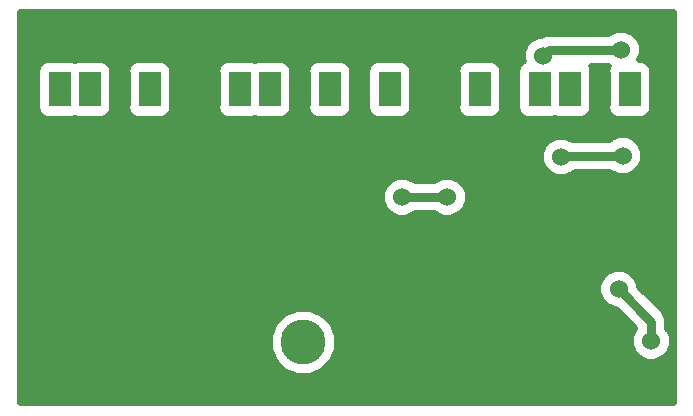
<source format=gbr>
G04 #@! TF.GenerationSoftware,KiCad,Pcbnew,(5.0.0)*
G04 #@! TF.CreationDate,2018-09-03T01:16:15-03:00*
G04 #@! TF.ProjectId,Signal,5369676E616C2E6B696361645F706362,rev?*
G04 #@! TF.SameCoordinates,Original*
G04 #@! TF.FileFunction,Copper,L1,Top,Signal*
G04 #@! TF.FilePolarity,Positive*
%FSLAX46Y46*%
G04 Gerber Fmt 4.6, Leading zero omitted, Abs format (unit mm)*
G04 Created by KiCad (PCBNEW (5.0.0)) date 09/03/18 01:16:15*
%MOMM*%
%LPD*%
G01*
G04 APERTURE LIST*
G04 #@! TA.AperFunction,ComponentPad*
%ADD10R,1.900000X3.000000*%
G04 #@! TD*
G04 #@! TA.AperFunction,ComponentPad*
%ADD11C,3.800000*%
G04 #@! TD*
G04 #@! TA.AperFunction,ViaPad*
%ADD12C,1.524000*%
G04 #@! TD*
G04 #@! TA.AperFunction,Conductor*
%ADD13C,0.800000*%
G04 #@! TD*
G04 #@! TA.AperFunction,Conductor*
%ADD14C,0.508000*%
G04 #@! TD*
G04 APERTURE END LIST*
D10*
G04 #@! TO.P,U2,14*
G04 #@! TO.N,/BatOVInterrupt*
X68017005Y-19064395D03*
G04 #@! TO.P,U2,13*
G04 #@! TO.N,/Vbat*
X62937005Y-19064395D03*
G04 #@! TO.P,U2,12*
G04 #@! TO.N,GNDA*
X60397005Y-19064395D03*
G04 #@! TO.P,U2,11*
X57857005Y-19064395D03*
G04 #@! TO.P,U2,10*
G04 #@! TO.N,/Vbat_SIG_IN*
X55317005Y-19064395D03*
G04 #@! TO.P,U2,9*
G04 #@! TO.N,/Ipanel*
X50237005Y-19064395D03*
G04 #@! TO.P,U2,8*
G04 #@! TO.N,GNDA*
X47697005Y-19064395D03*
G04 #@! TO.P,U2,7*
G04 #@! TO.N,/Ipanel_Ref*
X45157005Y-19064395D03*
G04 #@! TO.P,U2,6*
G04 #@! TO.N,/Ipanel_SIG*
X42617005Y-19064395D03*
G04 #@! TO.P,U2,5*
G04 #@! TO.N,GNDA*
X40077005Y-19064395D03*
G04 #@! TO.P,U2,4*
G04 #@! TO.N,/Vpanel*
X34997005Y-19064395D03*
G04 #@! TO.P,U2,3*
G04 #@! TO.N,GNDA*
X32457005Y-19064395D03*
G04 #@! TO.P,U2,2*
G04 #@! TO.N,/Vpanel_SIG*
X29917005Y-19064395D03*
G04 #@! TO.P,U2,1*
G04 #@! TO.N,/Vpanel_Ref*
X27377005Y-19064395D03*
G04 #@! TO.P,U2,15*
G04 #@! TO.N,/PWM*
X70557005Y-19064395D03*
G04 #@! TO.P,U2,16*
G04 #@! TO.N,GNDA*
X73097005Y-19064395D03*
G04 #@! TO.P,U2,17*
G04 #@! TO.N,+5VA*
X75637005Y-19064395D03*
G04 #@! TD*
D11*
G04 #@! TO.P,MK1,1*
G04 #@! TO.N,N/C*
X48006000Y-40482000D03*
G04 #@! TD*
D12*
G04 #@! TO.N,GNDA*
X37592000Y-29718000D03*
X41032000Y-29718000D03*
G04 #@! TO.N,+5VA*
X75068000Y-24667544D03*
X69850000Y-24776010D03*
X77470000Y-40386000D03*
X74708288Y-35971288D03*
G04 #@! TO.N,/BatOVInterrupt*
X74930000Y-15748000D03*
X68326000Y-16216199D03*
G04 #@! TO.N,/Vbat_SIG_IN*
X60198000Y-28194000D03*
X56388000Y-28194000D03*
G04 #@! TD*
D13*
G04 #@! TO.N,GNDA*
X37592000Y-29718000D02*
X41032000Y-29718000D01*
G04 #@! TO.N,+5VA*
X75068000Y-24667544D02*
X69958466Y-24667544D01*
X69958466Y-24667544D02*
X69850000Y-24776010D01*
X77470000Y-40386000D02*
X77470000Y-38733000D01*
X77470000Y-38733000D02*
X74708288Y-35971288D01*
G04 #@! TO.N,/BatOVInterrupt*
X74930000Y-15748000D02*
X68794199Y-15748000D01*
X68794199Y-15748000D02*
X68326000Y-16216199D01*
G04 #@! TO.N,/Vbat_SIG_IN*
X60198000Y-28194000D02*
X56388000Y-28194000D01*
G04 #@! TD*
D14*
G04 #@! TO.N,GNDA*
G36*
X79401200Y-45619200D02*
X23976800Y-45619200D01*
X23976800Y-39914304D01*
X45152000Y-39914304D01*
X45152000Y-41049696D01*
X45586496Y-42098661D01*
X46389339Y-42901504D01*
X47438304Y-43336000D01*
X48573696Y-43336000D01*
X49622661Y-42901504D01*
X50425504Y-42098661D01*
X50860000Y-41049696D01*
X50860000Y-39914304D01*
X50425504Y-38865339D01*
X49622661Y-38062496D01*
X48573696Y-37628000D01*
X47438304Y-37628000D01*
X46389339Y-38062496D01*
X45586496Y-38865339D01*
X45152000Y-39914304D01*
X23976800Y-39914304D01*
X23976800Y-35629954D01*
X72992288Y-35629954D01*
X72992288Y-36312622D01*
X73253534Y-36943324D01*
X73736252Y-37426042D01*
X74366954Y-37687288D01*
X74509443Y-37687288D01*
X76116000Y-39293846D01*
X76116000Y-39313210D01*
X76015246Y-39413964D01*
X75754000Y-40044666D01*
X75754000Y-40727334D01*
X76015246Y-41358036D01*
X76497964Y-41840754D01*
X77128666Y-42102000D01*
X77811334Y-42102000D01*
X78442036Y-41840754D01*
X78924754Y-41358036D01*
X79186000Y-40727334D01*
X79186000Y-40044666D01*
X78924754Y-39413964D01*
X78824000Y-39313210D01*
X78824000Y-38866351D01*
X78850525Y-38733000D01*
X78824000Y-38599649D01*
X78824000Y-38599645D01*
X78745440Y-38204696D01*
X78650425Y-38062496D01*
X78521719Y-37869873D01*
X78521716Y-37869870D01*
X78446179Y-37756821D01*
X78333129Y-37681284D01*
X76424288Y-35772443D01*
X76424288Y-35629954D01*
X76163042Y-34999252D01*
X75680324Y-34516534D01*
X75049622Y-34255288D01*
X74366954Y-34255288D01*
X73736252Y-34516534D01*
X73253534Y-34999252D01*
X72992288Y-35629954D01*
X23976800Y-35629954D01*
X23976800Y-27852666D01*
X54672000Y-27852666D01*
X54672000Y-28535334D01*
X54933246Y-29166036D01*
X55415964Y-29648754D01*
X56046666Y-29910000D01*
X56729334Y-29910000D01*
X57360036Y-29648754D01*
X57460790Y-29548000D01*
X59125210Y-29548000D01*
X59225964Y-29648754D01*
X59856666Y-29910000D01*
X60539334Y-29910000D01*
X61170036Y-29648754D01*
X61652754Y-29166036D01*
X61914000Y-28535334D01*
X61914000Y-27852666D01*
X61652754Y-27221964D01*
X61170036Y-26739246D01*
X60539334Y-26478000D01*
X59856666Y-26478000D01*
X59225964Y-26739246D01*
X59125210Y-26840000D01*
X57460790Y-26840000D01*
X57360036Y-26739246D01*
X56729334Y-26478000D01*
X56046666Y-26478000D01*
X55415964Y-26739246D01*
X54933246Y-27221964D01*
X54672000Y-27852666D01*
X23976800Y-27852666D01*
X23976800Y-24434676D01*
X68134000Y-24434676D01*
X68134000Y-25117344D01*
X68395246Y-25748046D01*
X68877964Y-26230764D01*
X69508666Y-26492010D01*
X70191334Y-26492010D01*
X70822036Y-26230764D01*
X71031256Y-26021544D01*
X73995210Y-26021544D01*
X74095964Y-26122298D01*
X74726666Y-26383544D01*
X75409334Y-26383544D01*
X76040036Y-26122298D01*
X76522754Y-25639580D01*
X76784000Y-25008878D01*
X76784000Y-24326210D01*
X76522754Y-23695508D01*
X76040036Y-23212790D01*
X75409334Y-22951544D01*
X74726666Y-22951544D01*
X74095964Y-23212790D01*
X73995210Y-23313544D01*
X70803418Y-23313544D01*
X70191334Y-23060010D01*
X69508666Y-23060010D01*
X68877964Y-23321256D01*
X68395246Y-23803974D01*
X68134000Y-24434676D01*
X23976800Y-24434676D01*
X23976800Y-17564395D01*
X25454316Y-17564395D01*
X25454316Y-20564395D01*
X25528358Y-20936627D01*
X25739210Y-21252190D01*
X26054773Y-21463042D01*
X26427005Y-21537084D01*
X28327005Y-21537084D01*
X28647005Y-21473432D01*
X28967005Y-21537084D01*
X30867005Y-21537084D01*
X31239237Y-21463042D01*
X31554800Y-21252190D01*
X31765652Y-20936627D01*
X31839694Y-20564395D01*
X31839694Y-17564395D01*
X33074316Y-17564395D01*
X33074316Y-20564395D01*
X33148358Y-20936627D01*
X33359210Y-21252190D01*
X33674773Y-21463042D01*
X34047005Y-21537084D01*
X35947005Y-21537084D01*
X36319237Y-21463042D01*
X36634800Y-21252190D01*
X36845652Y-20936627D01*
X36919694Y-20564395D01*
X36919694Y-17564395D01*
X40694316Y-17564395D01*
X40694316Y-20564395D01*
X40768358Y-20936627D01*
X40979210Y-21252190D01*
X41294773Y-21463042D01*
X41667005Y-21537084D01*
X43567005Y-21537084D01*
X43887005Y-21473432D01*
X44207005Y-21537084D01*
X46107005Y-21537084D01*
X46479237Y-21463042D01*
X46794800Y-21252190D01*
X47005652Y-20936627D01*
X47079694Y-20564395D01*
X47079694Y-17564395D01*
X48314316Y-17564395D01*
X48314316Y-20564395D01*
X48388358Y-20936627D01*
X48599210Y-21252190D01*
X48914773Y-21463042D01*
X49287005Y-21537084D01*
X51187005Y-21537084D01*
X51559237Y-21463042D01*
X51874800Y-21252190D01*
X52085652Y-20936627D01*
X52159694Y-20564395D01*
X52159694Y-17564395D01*
X53394316Y-17564395D01*
X53394316Y-20564395D01*
X53468358Y-20936627D01*
X53679210Y-21252190D01*
X53994773Y-21463042D01*
X54367005Y-21537084D01*
X56267005Y-21537084D01*
X56639237Y-21463042D01*
X56954800Y-21252190D01*
X57165652Y-20936627D01*
X57239694Y-20564395D01*
X57239694Y-17564395D01*
X61014316Y-17564395D01*
X61014316Y-20564395D01*
X61088358Y-20936627D01*
X61299210Y-21252190D01*
X61614773Y-21463042D01*
X61987005Y-21537084D01*
X63887005Y-21537084D01*
X64259237Y-21463042D01*
X64574800Y-21252190D01*
X64785652Y-20936627D01*
X64859694Y-20564395D01*
X64859694Y-17564395D01*
X66094316Y-17564395D01*
X66094316Y-20564395D01*
X66168358Y-20936627D01*
X66379210Y-21252190D01*
X66694773Y-21463042D01*
X67067005Y-21537084D01*
X68967005Y-21537084D01*
X69287005Y-21473432D01*
X69607005Y-21537084D01*
X71507005Y-21537084D01*
X71879237Y-21463042D01*
X72194800Y-21252190D01*
X72405652Y-20936627D01*
X72479694Y-20564395D01*
X72479694Y-17564395D01*
X72405652Y-17192163D01*
X72345407Y-17102000D01*
X73848603Y-17102000D01*
X73788358Y-17192163D01*
X73714316Y-17564395D01*
X73714316Y-20564395D01*
X73788358Y-20936627D01*
X73999210Y-21252190D01*
X74314773Y-21463042D01*
X74687005Y-21537084D01*
X76587005Y-21537084D01*
X76959237Y-21463042D01*
X77274800Y-21252190D01*
X77485652Y-20936627D01*
X77559694Y-20564395D01*
X77559694Y-17564395D01*
X77485652Y-17192163D01*
X77274800Y-16876600D01*
X76959237Y-16665748D01*
X76587005Y-16591706D01*
X76437910Y-16591706D01*
X76646000Y-16089334D01*
X76646000Y-15406666D01*
X76384754Y-14775964D01*
X75902036Y-14293246D01*
X75271334Y-14032000D01*
X74588666Y-14032000D01*
X73957964Y-14293246D01*
X73857210Y-14394000D01*
X68927549Y-14394000D01*
X68794198Y-14367475D01*
X68660848Y-14394000D01*
X68660844Y-14394000D01*
X68265895Y-14472560D01*
X68224530Y-14500199D01*
X67984666Y-14500199D01*
X67353964Y-14761445D01*
X66871246Y-15244163D01*
X66610000Y-15874865D01*
X66610000Y-16557533D01*
X66663484Y-16686655D01*
X66379210Y-16876600D01*
X66168358Y-17192163D01*
X66094316Y-17564395D01*
X64859694Y-17564395D01*
X64785652Y-17192163D01*
X64574800Y-16876600D01*
X64259237Y-16665748D01*
X63887005Y-16591706D01*
X61987005Y-16591706D01*
X61614773Y-16665748D01*
X61299210Y-16876600D01*
X61088358Y-17192163D01*
X61014316Y-17564395D01*
X57239694Y-17564395D01*
X57165652Y-17192163D01*
X56954800Y-16876600D01*
X56639237Y-16665748D01*
X56267005Y-16591706D01*
X54367005Y-16591706D01*
X53994773Y-16665748D01*
X53679210Y-16876600D01*
X53468358Y-17192163D01*
X53394316Y-17564395D01*
X52159694Y-17564395D01*
X52085652Y-17192163D01*
X51874800Y-16876600D01*
X51559237Y-16665748D01*
X51187005Y-16591706D01*
X49287005Y-16591706D01*
X48914773Y-16665748D01*
X48599210Y-16876600D01*
X48388358Y-17192163D01*
X48314316Y-17564395D01*
X47079694Y-17564395D01*
X47005652Y-17192163D01*
X46794800Y-16876600D01*
X46479237Y-16665748D01*
X46107005Y-16591706D01*
X44207005Y-16591706D01*
X43887005Y-16655358D01*
X43567005Y-16591706D01*
X41667005Y-16591706D01*
X41294773Y-16665748D01*
X40979210Y-16876600D01*
X40768358Y-17192163D01*
X40694316Y-17564395D01*
X36919694Y-17564395D01*
X36845652Y-17192163D01*
X36634800Y-16876600D01*
X36319237Y-16665748D01*
X35947005Y-16591706D01*
X34047005Y-16591706D01*
X33674773Y-16665748D01*
X33359210Y-16876600D01*
X33148358Y-17192163D01*
X33074316Y-17564395D01*
X31839694Y-17564395D01*
X31765652Y-17192163D01*
X31554800Y-16876600D01*
X31239237Y-16665748D01*
X30867005Y-16591706D01*
X28967005Y-16591706D01*
X28647005Y-16655358D01*
X28327005Y-16591706D01*
X26427005Y-16591706D01*
X26054773Y-16665748D01*
X25739210Y-16876600D01*
X25528358Y-17192163D01*
X25454316Y-17564395D01*
X23976800Y-17564395D01*
X23976800Y-12546800D01*
X79401201Y-12546800D01*
X79401200Y-45619200D01*
X79401200Y-45619200D01*
G37*
X79401200Y-45619200D02*
X23976800Y-45619200D01*
X23976800Y-39914304D01*
X45152000Y-39914304D01*
X45152000Y-41049696D01*
X45586496Y-42098661D01*
X46389339Y-42901504D01*
X47438304Y-43336000D01*
X48573696Y-43336000D01*
X49622661Y-42901504D01*
X50425504Y-42098661D01*
X50860000Y-41049696D01*
X50860000Y-39914304D01*
X50425504Y-38865339D01*
X49622661Y-38062496D01*
X48573696Y-37628000D01*
X47438304Y-37628000D01*
X46389339Y-38062496D01*
X45586496Y-38865339D01*
X45152000Y-39914304D01*
X23976800Y-39914304D01*
X23976800Y-35629954D01*
X72992288Y-35629954D01*
X72992288Y-36312622D01*
X73253534Y-36943324D01*
X73736252Y-37426042D01*
X74366954Y-37687288D01*
X74509443Y-37687288D01*
X76116000Y-39293846D01*
X76116000Y-39313210D01*
X76015246Y-39413964D01*
X75754000Y-40044666D01*
X75754000Y-40727334D01*
X76015246Y-41358036D01*
X76497964Y-41840754D01*
X77128666Y-42102000D01*
X77811334Y-42102000D01*
X78442036Y-41840754D01*
X78924754Y-41358036D01*
X79186000Y-40727334D01*
X79186000Y-40044666D01*
X78924754Y-39413964D01*
X78824000Y-39313210D01*
X78824000Y-38866351D01*
X78850525Y-38733000D01*
X78824000Y-38599649D01*
X78824000Y-38599645D01*
X78745440Y-38204696D01*
X78650425Y-38062496D01*
X78521719Y-37869873D01*
X78521716Y-37869870D01*
X78446179Y-37756821D01*
X78333129Y-37681284D01*
X76424288Y-35772443D01*
X76424288Y-35629954D01*
X76163042Y-34999252D01*
X75680324Y-34516534D01*
X75049622Y-34255288D01*
X74366954Y-34255288D01*
X73736252Y-34516534D01*
X73253534Y-34999252D01*
X72992288Y-35629954D01*
X23976800Y-35629954D01*
X23976800Y-27852666D01*
X54672000Y-27852666D01*
X54672000Y-28535334D01*
X54933246Y-29166036D01*
X55415964Y-29648754D01*
X56046666Y-29910000D01*
X56729334Y-29910000D01*
X57360036Y-29648754D01*
X57460790Y-29548000D01*
X59125210Y-29548000D01*
X59225964Y-29648754D01*
X59856666Y-29910000D01*
X60539334Y-29910000D01*
X61170036Y-29648754D01*
X61652754Y-29166036D01*
X61914000Y-28535334D01*
X61914000Y-27852666D01*
X61652754Y-27221964D01*
X61170036Y-26739246D01*
X60539334Y-26478000D01*
X59856666Y-26478000D01*
X59225964Y-26739246D01*
X59125210Y-26840000D01*
X57460790Y-26840000D01*
X57360036Y-26739246D01*
X56729334Y-26478000D01*
X56046666Y-26478000D01*
X55415964Y-26739246D01*
X54933246Y-27221964D01*
X54672000Y-27852666D01*
X23976800Y-27852666D01*
X23976800Y-24434676D01*
X68134000Y-24434676D01*
X68134000Y-25117344D01*
X68395246Y-25748046D01*
X68877964Y-26230764D01*
X69508666Y-26492010D01*
X70191334Y-26492010D01*
X70822036Y-26230764D01*
X71031256Y-26021544D01*
X73995210Y-26021544D01*
X74095964Y-26122298D01*
X74726666Y-26383544D01*
X75409334Y-26383544D01*
X76040036Y-26122298D01*
X76522754Y-25639580D01*
X76784000Y-25008878D01*
X76784000Y-24326210D01*
X76522754Y-23695508D01*
X76040036Y-23212790D01*
X75409334Y-22951544D01*
X74726666Y-22951544D01*
X74095964Y-23212790D01*
X73995210Y-23313544D01*
X70803418Y-23313544D01*
X70191334Y-23060010D01*
X69508666Y-23060010D01*
X68877964Y-23321256D01*
X68395246Y-23803974D01*
X68134000Y-24434676D01*
X23976800Y-24434676D01*
X23976800Y-17564395D01*
X25454316Y-17564395D01*
X25454316Y-20564395D01*
X25528358Y-20936627D01*
X25739210Y-21252190D01*
X26054773Y-21463042D01*
X26427005Y-21537084D01*
X28327005Y-21537084D01*
X28647005Y-21473432D01*
X28967005Y-21537084D01*
X30867005Y-21537084D01*
X31239237Y-21463042D01*
X31554800Y-21252190D01*
X31765652Y-20936627D01*
X31839694Y-20564395D01*
X31839694Y-17564395D01*
X33074316Y-17564395D01*
X33074316Y-20564395D01*
X33148358Y-20936627D01*
X33359210Y-21252190D01*
X33674773Y-21463042D01*
X34047005Y-21537084D01*
X35947005Y-21537084D01*
X36319237Y-21463042D01*
X36634800Y-21252190D01*
X36845652Y-20936627D01*
X36919694Y-20564395D01*
X36919694Y-17564395D01*
X40694316Y-17564395D01*
X40694316Y-20564395D01*
X40768358Y-20936627D01*
X40979210Y-21252190D01*
X41294773Y-21463042D01*
X41667005Y-21537084D01*
X43567005Y-21537084D01*
X43887005Y-21473432D01*
X44207005Y-21537084D01*
X46107005Y-21537084D01*
X46479237Y-21463042D01*
X46794800Y-21252190D01*
X47005652Y-20936627D01*
X47079694Y-20564395D01*
X47079694Y-17564395D01*
X48314316Y-17564395D01*
X48314316Y-20564395D01*
X48388358Y-20936627D01*
X48599210Y-21252190D01*
X48914773Y-21463042D01*
X49287005Y-21537084D01*
X51187005Y-21537084D01*
X51559237Y-21463042D01*
X51874800Y-21252190D01*
X52085652Y-20936627D01*
X52159694Y-20564395D01*
X52159694Y-17564395D01*
X53394316Y-17564395D01*
X53394316Y-20564395D01*
X53468358Y-20936627D01*
X53679210Y-21252190D01*
X53994773Y-21463042D01*
X54367005Y-21537084D01*
X56267005Y-21537084D01*
X56639237Y-21463042D01*
X56954800Y-21252190D01*
X57165652Y-20936627D01*
X57239694Y-20564395D01*
X57239694Y-17564395D01*
X61014316Y-17564395D01*
X61014316Y-20564395D01*
X61088358Y-20936627D01*
X61299210Y-21252190D01*
X61614773Y-21463042D01*
X61987005Y-21537084D01*
X63887005Y-21537084D01*
X64259237Y-21463042D01*
X64574800Y-21252190D01*
X64785652Y-20936627D01*
X64859694Y-20564395D01*
X64859694Y-17564395D01*
X66094316Y-17564395D01*
X66094316Y-20564395D01*
X66168358Y-20936627D01*
X66379210Y-21252190D01*
X66694773Y-21463042D01*
X67067005Y-21537084D01*
X68967005Y-21537084D01*
X69287005Y-21473432D01*
X69607005Y-21537084D01*
X71507005Y-21537084D01*
X71879237Y-21463042D01*
X72194800Y-21252190D01*
X72405652Y-20936627D01*
X72479694Y-20564395D01*
X72479694Y-17564395D01*
X72405652Y-17192163D01*
X72345407Y-17102000D01*
X73848603Y-17102000D01*
X73788358Y-17192163D01*
X73714316Y-17564395D01*
X73714316Y-20564395D01*
X73788358Y-20936627D01*
X73999210Y-21252190D01*
X74314773Y-21463042D01*
X74687005Y-21537084D01*
X76587005Y-21537084D01*
X76959237Y-21463042D01*
X77274800Y-21252190D01*
X77485652Y-20936627D01*
X77559694Y-20564395D01*
X77559694Y-17564395D01*
X77485652Y-17192163D01*
X77274800Y-16876600D01*
X76959237Y-16665748D01*
X76587005Y-16591706D01*
X76437910Y-16591706D01*
X76646000Y-16089334D01*
X76646000Y-15406666D01*
X76384754Y-14775964D01*
X75902036Y-14293246D01*
X75271334Y-14032000D01*
X74588666Y-14032000D01*
X73957964Y-14293246D01*
X73857210Y-14394000D01*
X68927549Y-14394000D01*
X68794198Y-14367475D01*
X68660848Y-14394000D01*
X68660844Y-14394000D01*
X68265895Y-14472560D01*
X68224530Y-14500199D01*
X67984666Y-14500199D01*
X67353964Y-14761445D01*
X66871246Y-15244163D01*
X66610000Y-15874865D01*
X66610000Y-16557533D01*
X66663484Y-16686655D01*
X66379210Y-16876600D01*
X66168358Y-17192163D01*
X66094316Y-17564395D01*
X64859694Y-17564395D01*
X64785652Y-17192163D01*
X64574800Y-16876600D01*
X64259237Y-16665748D01*
X63887005Y-16591706D01*
X61987005Y-16591706D01*
X61614773Y-16665748D01*
X61299210Y-16876600D01*
X61088358Y-17192163D01*
X61014316Y-17564395D01*
X57239694Y-17564395D01*
X57165652Y-17192163D01*
X56954800Y-16876600D01*
X56639237Y-16665748D01*
X56267005Y-16591706D01*
X54367005Y-16591706D01*
X53994773Y-16665748D01*
X53679210Y-16876600D01*
X53468358Y-17192163D01*
X53394316Y-17564395D01*
X52159694Y-17564395D01*
X52085652Y-17192163D01*
X51874800Y-16876600D01*
X51559237Y-16665748D01*
X51187005Y-16591706D01*
X49287005Y-16591706D01*
X48914773Y-16665748D01*
X48599210Y-16876600D01*
X48388358Y-17192163D01*
X48314316Y-17564395D01*
X47079694Y-17564395D01*
X47005652Y-17192163D01*
X46794800Y-16876600D01*
X46479237Y-16665748D01*
X46107005Y-16591706D01*
X44207005Y-16591706D01*
X43887005Y-16655358D01*
X43567005Y-16591706D01*
X41667005Y-16591706D01*
X41294773Y-16665748D01*
X40979210Y-16876600D01*
X40768358Y-17192163D01*
X40694316Y-17564395D01*
X36919694Y-17564395D01*
X36845652Y-17192163D01*
X36634800Y-16876600D01*
X36319237Y-16665748D01*
X35947005Y-16591706D01*
X34047005Y-16591706D01*
X33674773Y-16665748D01*
X33359210Y-16876600D01*
X33148358Y-17192163D01*
X33074316Y-17564395D01*
X31839694Y-17564395D01*
X31765652Y-17192163D01*
X31554800Y-16876600D01*
X31239237Y-16665748D01*
X30867005Y-16591706D01*
X28967005Y-16591706D01*
X28647005Y-16655358D01*
X28327005Y-16591706D01*
X26427005Y-16591706D01*
X26054773Y-16665748D01*
X25739210Y-16876600D01*
X25528358Y-17192163D01*
X25454316Y-17564395D01*
X23976800Y-17564395D01*
X23976800Y-12546800D01*
X79401201Y-12546800D01*
X79401200Y-45619200D01*
G04 #@! TD*
M02*

</source>
